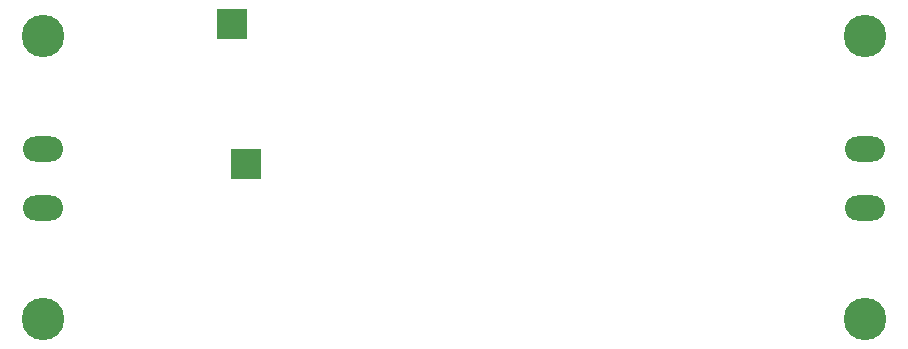
<source format=gbs>
G04 #@! TF.FileFunction,Soldermask,Bot*
%FSLAX46Y46*%
G04 Gerber Fmt 4.6, Leading zero omitted, Abs format (unit mm)*
G04 Created by KiCad (PCBNEW 0.201602020917+6532~42~ubuntu15.04.1-product) date Fri 12 Feb 2016 04:20:17 PM EST*
%MOMM*%
G01*
G04 APERTURE LIST*
%ADD10C,0.100000*%
%ADD11C,3.600000*%
%ADD12O,3.400000X2.150000*%
%ADD13R,2.635200X2.635200*%
G04 APERTURE END LIST*
D10*
D11*
X35600000Y-89800000D03*
X35600000Y-65800000D03*
X105200000Y-89800000D03*
D12*
X105200000Y-75400000D03*
X105200000Y-80400000D03*
X35600000Y-75400000D03*
X35600000Y-80400000D03*
D13*
X51600000Y-64800000D03*
X52800000Y-76600000D03*
D11*
X105200000Y-65800000D03*
M02*

</source>
